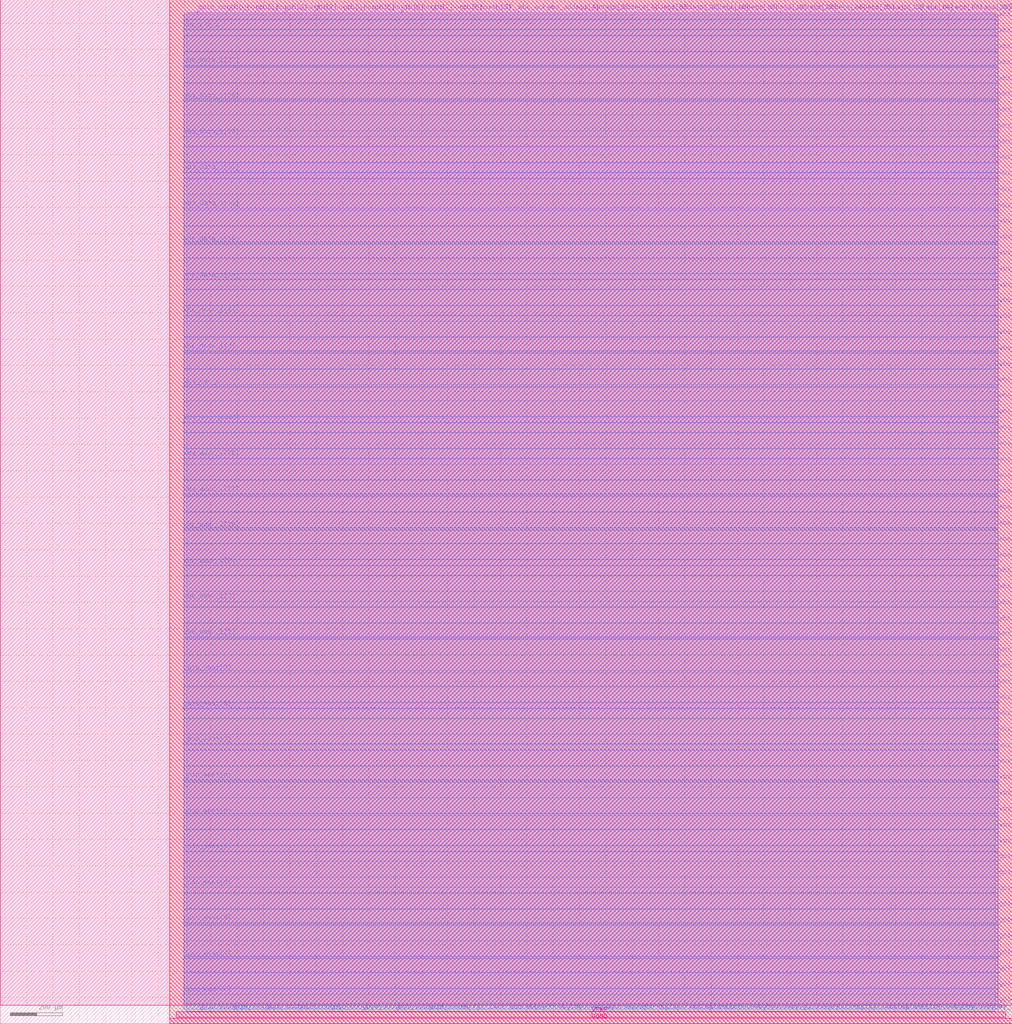
<source format=lef>
VERSION 5.7 ;
  NOWIREEXTENSIONATPIN ON ;
  DIVIDERCHAR "/" ;
  BUSBITCHARS "[]" ;
MACRO fpga
  CLASS BLOCK ;
  FOREIGN fpga ;
  ORIGIN -0.005 0.000 ;
  SIZE 3843.105 BY 3888.080 ;
  PIN gpio_east[0]
    DIRECTION INOUT ;
    PORT
      LAYER met3 ;
        RECT 3789.690 74.080 3793.690 74.680 ;
    END
  END gpio_east[0]
  PIN gpio_east[1]
    DIRECTION INOUT ;
    PORT
      LAYER met3 ;
        RECT 3789.690 133.920 3793.690 134.520 ;
    END
  END gpio_east[1]
  PIN gpio_east[2]
    DIRECTION INOUT ;
    PORT
      LAYER met3 ;
        RECT 3789.690 194.440 3793.690 195.040 ;
    END
  END gpio_east[2]
  PIN gpio_east[3]
    DIRECTION INOUT ;
    PORT
      LAYER met3 ;
        RECT 3789.690 254.960 3793.690 255.560 ;
    END
  END gpio_east[3]
  PIN gpio_east[4]
    DIRECTION INOUT ;
    PORT
      LAYER met3 ;
        RECT 3789.690 314.800 3793.690 315.400 ;
    END
  END gpio_east[4]
  PIN gpio_east[5]
    DIRECTION INOUT ;
    PORT
      LAYER met3 ;
        RECT 3789.690 375.320 3793.690 375.920 ;
    END
  END gpio_east[5]
  PIN gpio_east[6]
    DIRECTION INOUT ;
    PORT
      LAYER met3 ;
        RECT 3789.690 435.840 3793.690 436.440 ;
    END
  END gpio_east[6]
  PIN gpio_east[7]
    DIRECTION INOUT ;
    PORT
      LAYER met3 ;
        RECT 3789.690 495.680 3793.690 496.280 ;
    END
  END gpio_east[7]
  PIN gpio_east[8]
    DIRECTION INOUT ;
    PORT
      LAYER met3 ;
        RECT 3789.690 556.200 3793.690 556.800 ;
    END
  END gpio_east[8]
  PIN gpio_east[9]
    DIRECTION INOUT ;
    PORT
      LAYER met3 ;
        RECT 3789.690 616.720 3793.690 617.320 ;
    END
  END gpio_east[9]
  PIN gpio_north[0]
    DIRECTION INOUT ;
    PORT
      LAYER met2 ;
        RECT 748.980 3840.120 749.260 3844.120 ;
    END
  END gpio_north[0]
  PIN gpio_north[1]
    DIRECTION INOUT ;
    PORT
      LAYER met2 ;
        RECT 859.380 3840.120 859.660 3844.120 ;
    END
  END gpio_north[1]
  PIN gpio_north[2]
    DIRECTION INOUT ;
    PORT
      LAYER met2 ;
        RECT 970.240 3840.120 970.520 3844.120 ;
    END
  END gpio_north[2]
  PIN gpio_north[3]
    DIRECTION INOUT ;
    PORT
      LAYER met2 ;
        RECT 1081.100 3840.120 1081.380 3844.120 ;
    END
  END gpio_north[3]
  PIN gpio_north[4]
    DIRECTION INOUT ;
    PORT
      LAYER met2 ;
        RECT 1191.500 3840.120 1191.780 3844.120 ;
    END
  END gpio_north[4]
  PIN gpio_north[5]
    DIRECTION INOUT ;
    PORT
      LAYER met2 ;
        RECT 1302.360 3840.120 1302.640 3844.120 ;
    END
  END gpio_north[5]
  PIN gpio_north[6]
    DIRECTION INOUT ;
    PORT
      LAYER met2 ;
        RECT 1413.220 3840.120 1413.500 3844.120 ;
    END
  END gpio_north[6]
  PIN gpio_north[7]
    DIRECTION INOUT ;
    PORT
      LAYER met2 ;
        RECT 1523.620 3840.120 1523.900 3844.120 ;
    END
  END gpio_north[7]
  PIN gpio_north[8]
    DIRECTION INOUT ;
    PORT
      LAYER met2 ;
        RECT 1634.480 3840.120 1634.760 3844.120 ;
    END
  END gpio_north[8]
  PIN gpio_north[9]
    DIRECTION INOUT ;
    PORT
      LAYER met2 ;
        RECT 1745.340 3840.120 1745.620 3844.120 ;
    END
  END gpio_north[9]
  PIN gpio_south[0]
    DIRECTION INOUT ;
    PORT
      LAYER met2 ;
        RECT 755.420 44.120 755.700 48.120 ;
    END
  END gpio_south[0]
  PIN gpio_south[1]
    DIRECTION INOUT ;
    PORT
      LAYER met2 ;
        RECT 879.160 44.120 879.440 48.120 ;
    END
  END gpio_south[1]
  PIN gpio_south[2]
    DIRECTION INOUT ;
    PORT
      LAYER met2 ;
        RECT 1003.360 44.120 1003.640 48.120 ;
    END
  END gpio_south[2]
  PIN gpio_south[3]
    DIRECTION INOUT ;
    PORT
      LAYER met2 ;
        RECT 1127.100 44.120 1127.380 48.120 ;
    END
  END gpio_south[3]
  PIN gpio_south[4]
    DIRECTION INOUT ;
    PORT
      LAYER met2 ;
        RECT 1251.300 44.120 1251.580 48.120 ;
    END
  END gpio_south[4]
  PIN gpio_south[5]
    DIRECTION INOUT ;
    PORT
      LAYER met2 ;
        RECT 1375.040 44.120 1375.320 48.120 ;
    END
  END gpio_south[5]
  PIN gpio_south[6]
    DIRECTION INOUT ;
    PORT
      LAYER met2 ;
        RECT 1499.240 44.120 1499.520 48.120 ;
    END
  END gpio_south[6]
  PIN gpio_south[7]
    DIRECTION INOUT ;
    PORT
      LAYER met2 ;
        RECT 1622.980 44.120 1623.260 48.120 ;
    END
  END gpio_south[7]
  PIN gpio_west[0]
    DIRECTION INOUT ;
    PORT
      LAYER met3 ;
        RECT 693.690 111.480 697.690 112.080 ;
    END
  END gpio_west[0]
  PIN gpio_west[1]
    DIRECTION INOUT ;
    PORT
      LAYER met3 ;
        RECT 693.690 246.800 697.690 247.400 ;
    END
  END gpio_west[1]
  PIN gpio_west[2]
    DIRECTION INOUT ;
    PORT
      LAYER met3 ;
        RECT 693.690 382.800 697.690 383.400 ;
    END
  END gpio_west[2]
  PIN gpio_west[3]
    DIRECTION INOUT ;
    PORT
      LAYER met3 ;
        RECT 693.690 518.120 697.690 518.720 ;
    END
  END gpio_west[3]
  PIN gpio_west[4]
    DIRECTION INOUT ;
    PORT
      LAYER met3 ;
        RECT 693.690 654.120 697.690 654.720 ;
    END
  END gpio_west[4]
  PIN gpio_west[5]
    DIRECTION INOUT ;
    PORT
      LAYER met3 ;
        RECT 693.690 789.440 697.690 790.040 ;
    END
  END gpio_west[5]
  PIN gpio_west[6]
    DIRECTION INOUT ;
    PORT
      LAYER met3 ;
        RECT 693.690 925.440 697.690 926.040 ;
    END
  END gpio_west[6]
  PIN gpio_west[7]
    DIRECTION INOUT ;
    PORT
      LAYER met3 ;
        RECT 693.690 1061.440 697.690 1062.040 ;
    END
  END gpio_west[7]
  PIN gpio_west[8]
    DIRECTION INOUT ;
    PORT
      LAYER met3 ;
        RECT 693.690 1196.760 697.690 1197.360 ;
    END
  END gpio_west[8]
  PIN gpio_west[9]
    DIRECTION INOUT ;
    PORT
      LAYER met3 ;
        RECT 693.690 1332.760 697.690 1333.360 ;
    END
  END gpio_west[9]
  PIN wb_clk_i
    DIRECTION INPUT ;
    PORT
      LAYER met2 ;
        RECT 1855.740 3840.120 1856.020 3844.120 ;
    END
  END wb_clk_i
  PIN wb_rst_i
    DIRECTION INPUT ;
    PORT
      LAYER met2 ;
        RECT 1747.180 44.120 1747.460 48.120 ;
    END
  END wb_rst_i
  PIN wbs_ack_o
    DIRECTION OUTPUT TRISTATE ;
    PORT
      LAYER met2 ;
        RECT 1966.600 3840.120 1966.880 3844.120 ;
    END
  END wbs_ack_o
  PIN wbs_addr_i[0]
    DIRECTION INPUT ;
    PORT
      LAYER met3 ;
        RECT 3789.690 2607.080 3793.690 2607.680 ;
    END
  END wbs_addr_i[0]
  PIN wbs_addr_i[10]
    DIRECTION INPUT ;
    PORT
      LAYER met3 ;
        RECT 3789.690 2727.440 3793.690 2728.040 ;
    END
  END wbs_addr_i[10]
  PIN wbs_addr_i[11]
    DIRECTION INPUT ;
    PORT
      LAYER met3 ;
        RECT 3789.690 2787.960 3793.690 2788.560 ;
    END
  END wbs_addr_i[11]
  PIN wbs_addr_i[12]
    DIRECTION INPUT ;
    PORT
      LAYER met2 ;
        RECT 2519.980 3840.120 2520.260 3844.120 ;
    END
  END wbs_addr_i[12]
  PIN wbs_addr_i[13]
    DIRECTION INPUT ;
    PORT
      LAYER met2 ;
        RECT 1995.120 44.120 1995.400 48.120 ;
    END
  END wbs_addr_i[13]
  PIN wbs_addr_i[14]
    DIRECTION INPUT ;
    PORT
      LAYER met2 ;
        RECT 2119.320 44.120 2119.600 48.120 ;
    END
  END wbs_addr_i[14]
  PIN wbs_addr_i[15]
    DIRECTION INPUT ;
    PORT
      LAYER met3 ;
        RECT 693.690 1875.400 697.690 1876.000 ;
    END
  END wbs_addr_i[15]
  PIN wbs_addr_i[16]
    DIRECTION INPUT ;
    PORT
      LAYER met2 ;
        RECT 2630.840 3840.120 2631.120 3844.120 ;
    END
  END wbs_addr_i[16]
  PIN wbs_addr_i[17]
    DIRECTION INPUT ;
    PORT
      LAYER met3 ;
        RECT 3789.690 2848.480 3793.690 2849.080 ;
    END
  END wbs_addr_i[17]
  PIN wbs_addr_i[18]
    DIRECTION INPUT ;
    PORT
      LAYER met2 ;
        RECT 2741.700 3840.120 2741.980 3844.120 ;
    END
  END wbs_addr_i[18]
  PIN wbs_addr_i[19]
    DIRECTION INPUT ;
    PORT
      LAYER met2 ;
        RECT 2852.100 3840.120 2852.380 3844.120 ;
    END
  END wbs_addr_i[19]
  PIN wbs_addr_i[1]
    DIRECTION INPUT ;
    PORT
      LAYER met3 ;
        RECT 693.690 1468.080 697.690 1468.680 ;
    END
  END wbs_addr_i[1]
  PIN wbs_addr_i[20]
    DIRECTION INPUT ;
    PORT
      LAYER met2 ;
        RECT 2243.060 44.120 2243.340 48.120 ;
    END
  END wbs_addr_i[20]
  PIN wbs_addr_i[21]
    DIRECTION INPUT ;
    PORT
      LAYER met2 ;
        RECT 2367.260 44.120 2367.540 48.120 ;
    END
  END wbs_addr_i[21]
  PIN wbs_addr_i[22]
    DIRECTION INPUT ;
    PORT
      LAYER met3 ;
        RECT 3789.690 2908.320 3793.690 2908.920 ;
    END
  END wbs_addr_i[22]
  PIN wbs_addr_i[23]
    DIRECTION INPUT ;
    PORT
      LAYER met2 ;
        RECT 2962.960 3840.120 2963.240 3844.120 ;
    END
  END wbs_addr_i[23]
  PIN wbs_addr_i[24]
    DIRECTION INPUT ;
    PORT
      LAYER met2 ;
        RECT 3073.820 3840.120 3074.100 3844.120 ;
    END
  END wbs_addr_i[24]
  PIN wbs_addr_i[25]
    DIRECTION INPUT ;
    PORT
      LAYER met2 ;
        RECT 3184.220 3840.120 3184.500 3844.120 ;
    END
  END wbs_addr_i[25]
  PIN wbs_addr_i[26]
    DIRECTION INPUT ;
    PORT
      LAYER met2 ;
        RECT 2491.000 44.120 2491.280 48.120 ;
    END
  END wbs_addr_i[26]
  PIN wbs_addr_i[27]
    DIRECTION INPUT ;
    PORT
      LAYER met3 ;
        RECT 693.690 2011.400 697.690 2012.000 ;
    END
  END wbs_addr_i[27]
  PIN wbs_addr_i[28]
    DIRECTION INPUT ;
    PORT
      LAYER met3 ;
        RECT 693.690 2146.720 697.690 2147.320 ;
    END
  END wbs_addr_i[28]
  PIN wbs_addr_i[29]
    DIRECTION INPUT ;
    PORT
      LAYER met3 ;
        RECT 3789.690 2968.840 3793.690 2969.440 ;
    END
  END wbs_addr_i[29]
  PIN wbs_addr_i[2]
    DIRECTION INPUT ;
    PORT
      LAYER met3 ;
        RECT 3789.690 2667.600 3793.690 2668.200 ;
    END
  END wbs_addr_i[2]
  PIN wbs_addr_i[30]
    DIRECTION INPUT ;
    PORT
      LAYER met3 ;
        RECT 693.690 2282.720 697.690 2283.320 ;
    END
  END wbs_addr_i[30]
  PIN wbs_addr_i[31]
    DIRECTION INPUT ;
    PORT
      LAYER met3 ;
        RECT 3789.690 3029.360 3793.690 3029.960 ;
    END
  END wbs_addr_i[31]
  PIN wbs_addr_i[3]
    DIRECTION INPUT ;
    PORT
      LAYER met3 ;
        RECT 693.690 1604.080 697.690 1604.680 ;
    END
  END wbs_addr_i[3]
  PIN wbs_addr_i[4]
    DIRECTION INPUT ;
    PORT
      LAYER met2 ;
        RECT 2077.460 3840.120 2077.740 3844.120 ;
    END
  END wbs_addr_i[4]
  PIN wbs_addr_i[5]
    DIRECTION INPUT ;
    PORT
      LAYER met3 ;
        RECT 693.690 1739.400 697.690 1740.000 ;
    END
  END wbs_addr_i[5]
  PIN wbs_addr_i[6]
    DIRECTION INPUT ;
    PORT
      LAYER met2 ;
        RECT 2187.860 3840.120 2188.140 3844.120 ;
    END
  END wbs_addr_i[6]
  PIN wbs_addr_i[7]
    DIRECTION INPUT ;
    PORT
      LAYER met2 ;
        RECT 2298.720 3840.120 2299.000 3844.120 ;
    END
  END wbs_addr_i[7]
  PIN wbs_addr_i[8]
    DIRECTION INPUT ;
    PORT
      LAYER met2 ;
        RECT 2409.580 3840.120 2409.860 3844.120 ;
    END
  END wbs_addr_i[8]
  PIN wbs_addr_i[9]
    DIRECTION INPUT ;
    PORT
      LAYER met2 ;
        RECT 1871.380 44.120 1871.660 48.120 ;
    END
  END wbs_addr_i[9]
  PIN wbs_cyc_i
    DIRECTION INPUT ;
    PORT
      LAYER met3 ;
        RECT 693.690 2418.040 697.690 2418.640 ;
    END
  END wbs_cyc_i
  PIN wbs_data_i[0]
    DIRECTION INPUT ;
    PORT
      LAYER met2 ;
        RECT 2615.200 44.120 2615.480 48.120 ;
    END
  END wbs_data_i[0]
  PIN wbs_data_i[10]
    DIRECTION INPUT ;
    PORT
      LAYER met3 ;
        RECT 693.690 2825.360 697.690 2825.960 ;
    END
  END wbs_data_i[10]
  PIN wbs_data_i[11]
    DIRECTION INPUT ;
    PORT
      LAYER met2 ;
        RECT 3111.080 44.120 3111.360 48.120 ;
    END
  END wbs_data_i[11]
  PIN wbs_data_i[12]
    DIRECTION INPUT ;
    PORT
      LAYER met3 ;
        RECT 3789.690 3330.600 3793.690 3331.200 ;
    END
  END wbs_data_i[12]
  PIN wbs_data_i[13]
    DIRECTION INPUT ;
    PORT
      LAYER met2 ;
        RECT 3295.080 3840.120 3295.360 3844.120 ;
    END
  END wbs_data_i[13]
  PIN wbs_data_i[14]
    DIRECTION INPUT ;
    PORT
      LAYER met2 ;
        RECT 3405.940 3840.120 3406.220 3844.120 ;
    END
  END wbs_data_i[14]
  PIN wbs_data_i[15]
    DIRECTION INPUT ;
    PORT
      LAYER met3 ;
        RECT 3789.690 3391.120 3793.690 3391.720 ;
    END
  END wbs_data_i[15]
  PIN wbs_data_i[16]
    DIRECTION INPUT ;
    PORT
      LAYER met2 ;
        RECT 3235.280 44.120 3235.560 48.120 ;
    END
  END wbs_data_i[16]
  PIN wbs_data_i[17]
    DIRECTION INPUT ;
    PORT
      LAYER met2 ;
        RECT 3516.340 3840.120 3516.620 3844.120 ;
    END
  END wbs_data_i[17]
  PIN wbs_data_i[18]
    DIRECTION INPUT ;
    PORT
      LAYER met2 ;
        RECT 3359.020 44.120 3359.300 48.120 ;
    END
  END wbs_data_i[18]
  PIN wbs_data_i[19]
    DIRECTION INPUT ;
    PORT
      LAYER met3 ;
        RECT 693.690 2961.360 697.690 2961.960 ;
    END
  END wbs_data_i[19]
  PIN wbs_data_i[1]
    DIRECTION INPUT ;
    PORT
      LAYER met3 ;
        RECT 3789.690 3089.200 3793.690 3089.800 ;
    END
  END wbs_data_i[1]
  PIN wbs_data_i[20]
    DIRECTION INPUT ;
    PORT
      LAYER met3 ;
        RECT 3789.690 3451.640 3793.690 3452.240 ;
    END
  END wbs_data_i[20]
  PIN wbs_data_i[21]
    DIRECTION INPUT ;
    PORT
      LAYER met3 ;
        RECT 3789.690 3511.480 3793.690 3512.080 ;
    END
  END wbs_data_i[21]
  PIN wbs_data_i[22]
    DIRECTION INPUT ;
    PORT
      LAYER met3 ;
        RECT 693.690 3096.680 697.690 3097.280 ;
    END
  END wbs_data_i[22]
  PIN wbs_data_i[23]
    DIRECTION INPUT ;
    PORT
      LAYER met3 ;
        RECT 693.690 3232.680 697.690 3233.280 ;
    END
  END wbs_data_i[23]
  PIN wbs_data_i[24]
    DIRECTION INPUT ;
    PORT
      LAYER met3 ;
        RECT 693.690 3368.000 697.690 3368.600 ;
    END
  END wbs_data_i[24]
  PIN wbs_data_i[25]
    DIRECTION INPUT ;
    PORT
      LAYER met2 ;
        RECT 3483.220 44.120 3483.500 48.120 ;
    END
  END wbs_data_i[25]
  PIN wbs_data_i[26]
    DIRECTION INPUT ;
    PORT
      LAYER met3 ;
        RECT 693.690 3504.000 697.690 3504.600 ;
    END
  END wbs_data_i[26]
  PIN wbs_data_i[27]
    DIRECTION INPUT ;
    PORT
      LAYER met3 ;
        RECT 693.690 3639.320 697.690 3639.920 ;
    END
  END wbs_data_i[27]
  PIN wbs_data_i[28]
    DIRECTION INPUT ;
    PORT
      LAYER met2 ;
        RECT 3627.200 3840.120 3627.480 3844.120 ;
    END
  END wbs_data_i[28]
  PIN wbs_data_i[29]
    DIRECTION INPUT ;
    PORT
      LAYER met3 ;
        RECT 3789.690 3572.000 3793.690 3572.600 ;
    END
  END wbs_data_i[29]
  PIN wbs_data_i[2]
    DIRECTION INPUT ;
    PORT
      LAYER met3 ;
        RECT 3789.690 3149.720 3793.690 3150.320 ;
    END
  END wbs_data_i[2]
  PIN wbs_data_i[30]
    DIRECTION INPUT ;
    PORT
      LAYER met2 ;
        RECT 3606.960 44.120 3607.240 48.120 ;
    END
  END wbs_data_i[30]
  PIN wbs_data_i[31]
    DIRECTION INPUT ;
    PORT
      LAYER met3 ;
        RECT 3789.690 3632.520 3793.690 3633.120 ;
    END
  END wbs_data_i[31]
  PIN wbs_data_i[3]
    DIRECTION INPUT ;
    PORT
      LAYER met3 ;
        RECT 693.690 2554.040 697.690 2554.640 ;
    END
  END wbs_data_i[3]
  PIN wbs_data_i[4]
    DIRECTION INPUT ;
    PORT
      LAYER met3 ;
        RECT 693.690 2689.360 697.690 2689.960 ;
    END
  END wbs_data_i[4]
  PIN wbs_data_i[5]
    DIRECTION INPUT ;
    PORT
      LAYER met3 ;
        RECT 3789.690 3210.240 3793.690 3210.840 ;
    END
  END wbs_data_i[5]
  PIN wbs_data_i[6]
    DIRECTION INPUT ;
    PORT
      LAYER met2 ;
        RECT 2738.940 44.120 2739.220 48.120 ;
    END
  END wbs_data_i[6]
  PIN wbs_data_i[7]
    DIRECTION INPUT ;
    PORT
      LAYER met2 ;
        RECT 2863.140 44.120 2863.420 48.120 ;
    END
  END wbs_data_i[7]
  PIN wbs_data_i[8]
    DIRECTION INPUT ;
    PORT
      LAYER met2 ;
        RECT 2987.340 44.120 2987.620 48.120 ;
    END
  END wbs_data_i[8]
  PIN wbs_data_i[9]
    DIRECTION INPUT ;
    PORT
      LAYER met3 ;
        RECT 3789.690 3270.760 3793.690 3271.360 ;
    END
  END wbs_data_i[9]
  PIN wbs_data_o[0]
    DIRECTION OUTPUT TRISTATE ;
    PORT
      LAYER met3 ;
        RECT 3789.690 676.560 3793.690 677.160 ;
    END
  END wbs_data_o[0]
  PIN wbs_data_o[10]
    DIRECTION OUTPUT TRISTATE ;
    PORT
      LAYER met3 ;
        RECT 3789.690 1279.720 3793.690 1280.320 ;
    END
  END wbs_data_o[10]
  PIN wbs_data_o[11]
    DIRECTION OUTPUT TRISTATE ;
    PORT
      LAYER met3 ;
        RECT 3789.690 1340.240 3793.690 1340.840 ;
    END
  END wbs_data_o[11]
  PIN wbs_data_o[12]
    DIRECTION OUTPUT TRISTATE ;
    PORT
      LAYER met3 ;
        RECT 3789.690 1400.760 3793.690 1401.360 ;
    END
  END wbs_data_o[12]
  PIN wbs_data_o[13]
    DIRECTION OUTPUT TRISTATE ;
    PORT
      LAYER met3 ;
        RECT 3789.690 1461.280 3793.690 1461.880 ;
    END
  END wbs_data_o[13]
  PIN wbs_data_o[14]
    DIRECTION OUTPUT TRISTATE ;
    PORT
      LAYER met3 ;
        RECT 3789.690 1521.120 3793.690 1521.720 ;
    END
  END wbs_data_o[14]
  PIN wbs_data_o[15]
    DIRECTION OUTPUT TRISTATE ;
    PORT
      LAYER met3 ;
        RECT 3789.690 1581.640 3793.690 1582.240 ;
    END
  END wbs_data_o[15]
  PIN wbs_data_o[16]
    DIRECTION OUTPUT TRISTATE ;
    PORT
      LAYER met3 ;
        RECT 3789.690 1642.160 3793.690 1642.760 ;
    END
  END wbs_data_o[16]
  PIN wbs_data_o[17]
    DIRECTION OUTPUT TRISTATE ;
    PORT
      LAYER met3 ;
        RECT 3789.690 1702.000 3793.690 1702.600 ;
    END
  END wbs_data_o[17]
  PIN wbs_data_o[18]
    DIRECTION OUTPUT TRISTATE ;
    PORT
      LAYER met3 ;
        RECT 3789.690 1762.520 3793.690 1763.120 ;
    END
  END wbs_data_o[18]
  PIN wbs_data_o[19]
    DIRECTION OUTPUT TRISTATE ;
    PORT
      LAYER met3 ;
        RECT 3789.690 1823.040 3793.690 1823.640 ;
    END
  END wbs_data_o[19]
  PIN wbs_data_o[1]
    DIRECTION OUTPUT TRISTATE ;
    PORT
      LAYER met3 ;
        RECT 3789.690 737.080 3793.690 737.680 ;
    END
  END wbs_data_o[1]
  PIN wbs_data_o[20]
    DIRECTION OUTPUT TRISTATE ;
    PORT
      LAYER met3 ;
        RECT 3789.690 1882.880 3793.690 1883.480 ;
    END
  END wbs_data_o[20]
  PIN wbs_data_o[21]
    DIRECTION OUTPUT TRISTATE ;
    PORT
      LAYER met3 ;
        RECT 3789.690 1943.400 3793.690 1944.000 ;
    END
  END wbs_data_o[21]
  PIN wbs_data_o[22]
    DIRECTION OUTPUT TRISTATE ;
    PORT
      LAYER met3 ;
        RECT 3789.690 2003.920 3793.690 2004.520 ;
    END
  END wbs_data_o[22]
  PIN wbs_data_o[23]
    DIRECTION OUTPUT TRISTATE ;
    PORT
      LAYER met3 ;
        RECT 3789.690 2064.440 3793.690 2065.040 ;
    END
  END wbs_data_o[23]
  PIN wbs_data_o[24]
    DIRECTION OUTPUT TRISTATE ;
    PORT
      LAYER met3 ;
        RECT 3789.690 2124.280 3793.690 2124.880 ;
    END
  END wbs_data_o[24]
  PIN wbs_data_o[25]
    DIRECTION OUTPUT TRISTATE ;
    PORT
      LAYER met3 ;
        RECT 3789.690 2184.800 3793.690 2185.400 ;
    END
  END wbs_data_o[25]
  PIN wbs_data_o[26]
    DIRECTION OUTPUT TRISTATE ;
    PORT
      LAYER met3 ;
        RECT 3789.690 2245.320 3793.690 2245.920 ;
    END
  END wbs_data_o[26]
  PIN wbs_data_o[27]
    DIRECTION OUTPUT TRISTATE ;
    PORT
      LAYER met3 ;
        RECT 3789.690 2305.160 3793.690 2305.760 ;
    END
  END wbs_data_o[27]
  PIN wbs_data_o[28]
    DIRECTION OUTPUT TRISTATE ;
    PORT
      LAYER met3 ;
        RECT 3789.690 2365.680 3793.690 2366.280 ;
    END
  END wbs_data_o[28]
  PIN wbs_data_o[29]
    DIRECTION OUTPUT TRISTATE ;
    PORT
      LAYER met3 ;
        RECT 3789.690 2426.200 3793.690 2426.800 ;
    END
  END wbs_data_o[29]
  PIN wbs_data_o[2]
    DIRECTION OUTPUT TRISTATE ;
    PORT
      LAYER met3 ;
        RECT 3789.690 797.600 3793.690 798.200 ;
    END
  END wbs_data_o[2]
  PIN wbs_data_o[30]
    DIRECTION OUTPUT TRISTATE ;
    PORT
      LAYER met3 ;
        RECT 3789.690 2486.040 3793.690 2486.640 ;
    END
  END wbs_data_o[30]
  PIN wbs_data_o[31]
    DIRECTION OUTPUT TRISTATE ;
    PORT
      LAYER met3 ;
        RECT 3789.690 2546.560 3793.690 2547.160 ;
    END
  END wbs_data_o[31]
  PIN wbs_data_o[3]
    DIRECTION OUTPUT TRISTATE ;
    PORT
      LAYER met3 ;
        RECT 3789.690 858.120 3793.690 858.720 ;
    END
  END wbs_data_o[3]
  PIN wbs_data_o[4]
    DIRECTION OUTPUT TRISTATE ;
    PORT
      LAYER met3 ;
        RECT 3789.690 917.960 3793.690 918.560 ;
    END
  END wbs_data_o[4]
  PIN wbs_data_o[5]
    DIRECTION OUTPUT TRISTATE ;
    PORT
      LAYER met3 ;
        RECT 3789.690 978.480 3793.690 979.080 ;
    END
  END wbs_data_o[5]
  PIN wbs_data_o[6]
    DIRECTION OUTPUT TRISTATE ;
    PORT
      LAYER met3 ;
        RECT 3789.690 1039.000 3793.690 1039.600 ;
    END
  END wbs_data_o[6]
  PIN wbs_data_o[7]
    DIRECTION OUTPUT TRISTATE ;
    PORT
      LAYER met3 ;
        RECT 3789.690 1098.840 3793.690 1099.440 ;
    END
  END wbs_data_o[7]
  PIN wbs_data_o[8]
    DIRECTION OUTPUT TRISTATE ;
    PORT
      LAYER met3 ;
        RECT 3789.690 1159.360 3793.690 1159.960 ;
    END
  END wbs_data_o[8]
  PIN wbs_data_o[9]
    DIRECTION OUTPUT TRISTATE ;
    PORT
      LAYER met3 ;
        RECT 3789.690 1219.880 3793.690 1220.480 ;
    END
  END wbs_data_o[9]
  PIN wbs_sel_i[0]
    DIRECTION INPUT ;
    PORT
      LAYER met3 ;
        RECT 3789.690 3692.360 3793.690 3692.960 ;
    END
  END wbs_sel_i[0]
  PIN wbs_sel_i[1]
    DIRECTION INPUT ;
    PORT
      LAYER met3 ;
        RECT 3789.690 3752.880 3793.690 3753.480 ;
    END
  END wbs_sel_i[1]
  PIN wbs_sel_i[2]
    DIRECTION INPUT ;
    PORT
      LAYER met3 ;
        RECT 3789.690 3813.400 3793.690 3814.000 ;
    END
  END wbs_sel_i[2]
  PIN wbs_sel_i[3]
    DIRECTION INPUT ;
    PORT
      LAYER met2 ;
        RECT 3738.060 3840.120 3738.340 3844.120 ;
    END
  END wbs_sel_i[3]
  PIN wbs_stb_i
    DIRECTION INPUT ;
    PORT
      LAYER met3 ;
        RECT 693.690 3775.320 697.690 3775.920 ;
    END
  END wbs_stb_i
  PIN wbs_we_i
    DIRECTION INPUT ;
    PORT
      LAYER met2 ;
        RECT 3731.160 44.120 3731.440 48.120 ;
    END
  END wbs_we_i
  PIN VPWR
    DIRECTION INPUT ;
    USE POWER ;
    PORT
      LAYER met5 ;
        RECT 669.210 25.000 3818.110 45.000 ;
    END
  END VPWR
  PIN VGND
    DIRECTION INPUT ;
    USE GROUND ;
    PORT
      LAYER met5 ;
        RECT 644.210 0.000 3843.110 20.000 ;
    END
  END VGND
  OBS
      LAYER li1 ;
        RECT 699.210 54.915 3788.110 3833.165 ;
      LAYER met1 ;
        RECT 699.210 54.760 3788.110 3833.320 ;
      LAYER met2 ;
        RECT 708.040 3839.840 748.700 3840.120 ;
        RECT 749.540 3839.840 859.100 3840.120 ;
        RECT 859.940 3839.840 969.960 3840.120 ;
        RECT 970.800 3839.840 1080.820 3840.120 ;
        RECT 1081.660 3839.840 1191.220 3840.120 ;
        RECT 1192.060 3839.840 1302.080 3840.120 ;
        RECT 1302.920 3839.840 1412.940 3840.120 ;
        RECT 1413.780 3839.840 1523.340 3840.120 ;
        RECT 1524.180 3839.840 1634.200 3840.120 ;
        RECT 1635.040 3839.840 1745.060 3840.120 ;
        RECT 1745.900 3839.840 1855.460 3840.120 ;
        RECT 1856.300 3839.840 1966.320 3840.120 ;
        RECT 1967.160 3839.840 2077.180 3840.120 ;
        RECT 2078.020 3839.840 2187.580 3840.120 ;
        RECT 2188.420 3839.840 2298.440 3840.120 ;
        RECT 2299.280 3839.840 2409.300 3840.120 ;
        RECT 2410.140 3839.840 2519.700 3840.120 ;
        RECT 2520.540 3839.840 2630.560 3840.120 ;
        RECT 2631.400 3839.840 2741.420 3840.120 ;
        RECT 2742.260 3839.840 2851.820 3840.120 ;
        RECT 2852.660 3839.840 2962.680 3840.120 ;
        RECT 2963.520 3839.840 3073.540 3840.120 ;
        RECT 3074.380 3839.840 3183.940 3840.120 ;
        RECT 3184.780 3839.840 3294.800 3840.120 ;
        RECT 3295.640 3839.840 3405.660 3840.120 ;
        RECT 3406.500 3839.840 3516.060 3840.120 ;
        RECT 3516.900 3839.840 3626.920 3840.120 ;
        RECT 3627.760 3839.840 3737.780 3840.120 ;
        RECT 3738.620 3839.840 3777.900 3840.120 ;
        RECT 708.040 48.400 3777.900 3839.840 ;
        RECT 708.040 48.120 755.140 48.400 ;
        RECT 755.980 48.120 878.880 48.400 ;
        RECT 879.720 48.120 1003.080 48.400 ;
        RECT 1003.920 48.120 1126.820 48.400 ;
        RECT 1127.660 48.120 1251.020 48.400 ;
        RECT 1251.860 48.120 1374.760 48.400 ;
        RECT 1375.600 48.120 1498.960 48.400 ;
        RECT 1499.800 48.120 1622.700 48.400 ;
        RECT 1623.540 48.120 1746.900 48.400 ;
        RECT 1747.740 48.120 1871.100 48.400 ;
        RECT 1871.940 48.120 1994.840 48.400 ;
        RECT 1995.680 48.120 2119.040 48.400 ;
        RECT 2119.880 48.120 2242.780 48.400 ;
        RECT 2243.620 48.120 2366.980 48.400 ;
        RECT 2367.820 48.120 2490.720 48.400 ;
        RECT 2491.560 48.120 2614.920 48.400 ;
        RECT 2615.760 48.120 2738.660 48.400 ;
        RECT 2739.500 48.120 2862.860 48.400 ;
        RECT 2863.700 48.120 2987.060 48.400 ;
        RECT 2987.900 48.120 3110.800 48.400 ;
        RECT 3111.640 48.120 3235.000 48.400 ;
        RECT 3235.840 48.120 3358.740 48.400 ;
        RECT 3359.580 48.120 3482.940 48.400 ;
        RECT 3483.780 48.120 3606.680 48.400 ;
        RECT 3607.520 48.120 3730.880 48.400 ;
        RECT 3731.720 48.120 3777.900 48.400 ;
      LAYER met3 ;
        RECT 697.690 3814.400 3789.690 3833.245 ;
        RECT 697.690 3813.000 3789.290 3814.400 ;
        RECT 697.690 3776.320 3789.690 3813.000 ;
        RECT 698.090 3774.920 3789.690 3776.320 ;
        RECT 697.690 3753.880 3789.690 3774.920 ;
        RECT 697.690 3752.480 3789.290 3753.880 ;
        RECT 697.690 3693.360 3789.690 3752.480 ;
        RECT 697.690 3691.960 3789.290 3693.360 ;
        RECT 697.690 3640.320 3789.690 3691.960 ;
        RECT 698.090 3638.920 3789.690 3640.320 ;
        RECT 697.690 3633.520 3789.690 3638.920 ;
        RECT 697.690 3632.120 3789.290 3633.520 ;
        RECT 697.690 3573.000 3789.690 3632.120 ;
        RECT 697.690 3571.600 3789.290 3573.000 ;
        RECT 697.690 3512.480 3789.690 3571.600 ;
        RECT 697.690 3511.080 3789.290 3512.480 ;
        RECT 697.690 3505.000 3789.690 3511.080 ;
        RECT 698.090 3503.600 3789.690 3505.000 ;
        RECT 697.690 3452.640 3789.690 3503.600 ;
        RECT 697.690 3451.240 3789.290 3452.640 ;
        RECT 697.690 3392.120 3789.690 3451.240 ;
        RECT 697.690 3390.720 3789.290 3392.120 ;
        RECT 697.690 3369.000 3789.690 3390.720 ;
        RECT 698.090 3367.600 3789.690 3369.000 ;
        RECT 697.690 3331.600 3789.690 3367.600 ;
        RECT 697.690 3330.200 3789.290 3331.600 ;
        RECT 697.690 3271.760 3789.690 3330.200 ;
        RECT 697.690 3270.360 3789.290 3271.760 ;
        RECT 697.690 3233.680 3789.690 3270.360 ;
        RECT 698.090 3232.280 3789.690 3233.680 ;
        RECT 697.690 3211.240 3789.690 3232.280 ;
        RECT 697.690 3209.840 3789.290 3211.240 ;
        RECT 697.690 3150.720 3789.690 3209.840 ;
        RECT 697.690 3149.320 3789.290 3150.720 ;
        RECT 697.690 3097.680 3789.690 3149.320 ;
        RECT 698.090 3096.280 3789.690 3097.680 ;
        RECT 697.690 3090.200 3789.690 3096.280 ;
        RECT 697.690 3088.800 3789.290 3090.200 ;
        RECT 697.690 3030.360 3789.690 3088.800 ;
        RECT 697.690 3028.960 3789.290 3030.360 ;
        RECT 697.690 2969.840 3789.690 3028.960 ;
        RECT 697.690 2968.440 3789.290 2969.840 ;
        RECT 697.690 2962.360 3789.690 2968.440 ;
        RECT 698.090 2960.960 3789.690 2962.360 ;
        RECT 697.690 2909.320 3789.690 2960.960 ;
        RECT 697.690 2907.920 3789.290 2909.320 ;
        RECT 697.690 2849.480 3789.690 2907.920 ;
        RECT 697.690 2848.080 3789.290 2849.480 ;
        RECT 697.690 2826.360 3789.690 2848.080 ;
        RECT 698.090 2824.960 3789.690 2826.360 ;
        RECT 697.690 2788.960 3789.690 2824.960 ;
        RECT 697.690 2787.560 3789.290 2788.960 ;
        RECT 697.690 2728.440 3789.690 2787.560 ;
        RECT 697.690 2727.040 3789.290 2728.440 ;
        RECT 697.690 2690.360 3789.690 2727.040 ;
        RECT 698.090 2688.960 3789.690 2690.360 ;
        RECT 697.690 2668.600 3789.690 2688.960 ;
        RECT 697.690 2667.200 3789.290 2668.600 ;
        RECT 697.690 2608.080 3789.690 2667.200 ;
        RECT 697.690 2606.680 3789.290 2608.080 ;
        RECT 697.690 2555.040 3789.690 2606.680 ;
        RECT 698.090 2553.640 3789.690 2555.040 ;
        RECT 697.690 2547.560 3789.690 2553.640 ;
        RECT 697.690 2546.160 3789.290 2547.560 ;
        RECT 697.690 2487.040 3789.690 2546.160 ;
        RECT 697.690 2485.640 3789.290 2487.040 ;
        RECT 697.690 2427.200 3789.690 2485.640 ;
        RECT 697.690 2425.800 3789.290 2427.200 ;
        RECT 697.690 2419.040 3789.690 2425.800 ;
        RECT 698.090 2417.640 3789.690 2419.040 ;
        RECT 697.690 2366.680 3789.690 2417.640 ;
        RECT 697.690 2365.280 3789.290 2366.680 ;
        RECT 697.690 2306.160 3789.690 2365.280 ;
        RECT 697.690 2304.760 3789.290 2306.160 ;
        RECT 697.690 2283.720 3789.690 2304.760 ;
        RECT 698.090 2282.320 3789.690 2283.720 ;
        RECT 697.690 2246.320 3789.690 2282.320 ;
        RECT 697.690 2244.920 3789.290 2246.320 ;
        RECT 697.690 2185.800 3789.690 2244.920 ;
        RECT 697.690 2184.400 3789.290 2185.800 ;
        RECT 697.690 2147.720 3789.690 2184.400 ;
        RECT 698.090 2146.320 3789.690 2147.720 ;
        RECT 697.690 2125.280 3789.690 2146.320 ;
        RECT 697.690 2123.880 3789.290 2125.280 ;
        RECT 697.690 2065.440 3789.690 2123.880 ;
        RECT 697.690 2064.040 3789.290 2065.440 ;
        RECT 697.690 2012.400 3789.690 2064.040 ;
        RECT 698.090 2011.000 3789.690 2012.400 ;
        RECT 697.690 2004.920 3789.690 2011.000 ;
        RECT 697.690 2003.520 3789.290 2004.920 ;
        RECT 697.690 1944.400 3789.690 2003.520 ;
        RECT 697.690 1943.000 3789.290 1944.400 ;
        RECT 697.690 1883.880 3789.690 1943.000 ;
        RECT 697.690 1882.480 3789.290 1883.880 ;
        RECT 697.690 1876.400 3789.690 1882.480 ;
        RECT 698.090 1875.000 3789.690 1876.400 ;
        RECT 697.690 1824.040 3789.690 1875.000 ;
        RECT 697.690 1822.640 3789.290 1824.040 ;
        RECT 697.690 1763.520 3789.690 1822.640 ;
        RECT 697.690 1762.120 3789.290 1763.520 ;
        RECT 697.690 1740.400 3789.690 1762.120 ;
        RECT 698.090 1739.000 3789.690 1740.400 ;
        RECT 697.690 1703.000 3789.690 1739.000 ;
        RECT 697.690 1701.600 3789.290 1703.000 ;
        RECT 697.690 1643.160 3789.690 1701.600 ;
        RECT 697.690 1641.760 3789.290 1643.160 ;
        RECT 697.690 1605.080 3789.690 1641.760 ;
        RECT 698.090 1603.680 3789.690 1605.080 ;
        RECT 697.690 1582.640 3789.690 1603.680 ;
        RECT 697.690 1581.240 3789.290 1582.640 ;
        RECT 697.690 1522.120 3789.690 1581.240 ;
        RECT 697.690 1520.720 3789.290 1522.120 ;
        RECT 697.690 1469.080 3789.690 1520.720 ;
        RECT 698.090 1467.680 3789.690 1469.080 ;
        RECT 697.690 1462.280 3789.690 1467.680 ;
        RECT 697.690 1460.880 3789.290 1462.280 ;
        RECT 697.690 1401.760 3789.690 1460.880 ;
        RECT 697.690 1400.360 3789.290 1401.760 ;
        RECT 697.690 1341.240 3789.690 1400.360 ;
        RECT 697.690 1339.840 3789.290 1341.240 ;
        RECT 697.690 1333.760 3789.690 1339.840 ;
        RECT 698.090 1332.360 3789.690 1333.760 ;
        RECT 697.690 1280.720 3789.690 1332.360 ;
        RECT 697.690 1279.320 3789.290 1280.720 ;
        RECT 697.690 1220.880 3789.690 1279.320 ;
        RECT 697.690 1219.480 3789.290 1220.880 ;
        RECT 697.690 1197.760 3789.690 1219.480 ;
        RECT 698.090 1196.360 3789.690 1197.760 ;
        RECT 697.690 1160.360 3789.690 1196.360 ;
        RECT 697.690 1158.960 3789.290 1160.360 ;
        RECT 697.690 1099.840 3789.690 1158.960 ;
        RECT 697.690 1098.440 3789.290 1099.840 ;
        RECT 697.690 1062.440 3789.690 1098.440 ;
        RECT 698.090 1061.040 3789.690 1062.440 ;
        RECT 697.690 1040.000 3789.690 1061.040 ;
        RECT 697.690 1038.600 3789.290 1040.000 ;
        RECT 697.690 979.480 3789.690 1038.600 ;
        RECT 697.690 978.080 3789.290 979.480 ;
        RECT 697.690 926.440 3789.690 978.080 ;
        RECT 698.090 925.040 3789.690 926.440 ;
        RECT 697.690 918.960 3789.690 925.040 ;
        RECT 697.690 917.560 3789.290 918.960 ;
        RECT 697.690 859.120 3789.690 917.560 ;
        RECT 697.690 857.720 3789.290 859.120 ;
        RECT 697.690 798.600 3789.690 857.720 ;
        RECT 697.690 797.200 3789.290 798.600 ;
        RECT 697.690 790.440 3789.690 797.200 ;
        RECT 698.090 789.040 3789.690 790.440 ;
        RECT 697.690 738.080 3789.690 789.040 ;
        RECT 697.690 736.680 3789.290 738.080 ;
        RECT 697.690 677.560 3789.690 736.680 ;
        RECT 697.690 676.160 3789.290 677.560 ;
        RECT 697.690 655.120 3789.690 676.160 ;
        RECT 698.090 653.720 3789.690 655.120 ;
        RECT 697.690 617.720 3789.690 653.720 ;
        RECT 697.690 616.320 3789.290 617.720 ;
        RECT 697.690 557.200 3789.690 616.320 ;
        RECT 697.690 555.800 3789.290 557.200 ;
        RECT 697.690 519.120 3789.690 555.800 ;
        RECT 698.090 517.720 3789.690 519.120 ;
        RECT 697.690 496.680 3789.690 517.720 ;
        RECT 697.690 495.280 3789.290 496.680 ;
        RECT 697.690 436.840 3789.690 495.280 ;
        RECT 697.690 435.440 3789.290 436.840 ;
        RECT 697.690 383.800 3789.690 435.440 ;
        RECT 698.090 382.400 3789.690 383.800 ;
        RECT 697.690 376.320 3789.690 382.400 ;
        RECT 697.690 374.920 3789.290 376.320 ;
        RECT 697.690 315.800 3789.690 374.920 ;
        RECT 697.690 314.400 3789.290 315.800 ;
        RECT 697.690 255.960 3789.690 314.400 ;
        RECT 697.690 254.560 3789.290 255.960 ;
        RECT 697.690 247.800 3789.690 254.560 ;
        RECT 698.090 246.400 3789.690 247.800 ;
        RECT 697.690 195.440 3789.690 246.400 ;
        RECT 697.690 194.040 3789.290 195.440 ;
        RECT 697.690 134.920 3789.690 194.040 ;
        RECT 697.690 133.520 3789.290 134.920 ;
        RECT 697.690 112.480 3789.690 133.520 ;
        RECT 698.090 111.080 3789.690 112.480 ;
        RECT 697.690 75.080 3789.690 111.080 ;
        RECT 697.690 73.680 3789.290 75.080 ;
        RECT 697.690 54.835 3789.690 73.680 ;
      LAYER met4 ;
        RECT 644.210 0.000 3843.110 3888.080 ;
      LAYER met5 ;
        RECT 0.005 70.610 3843.110 3888.080 ;
  END
END fpga
END LIBRARY


</source>
